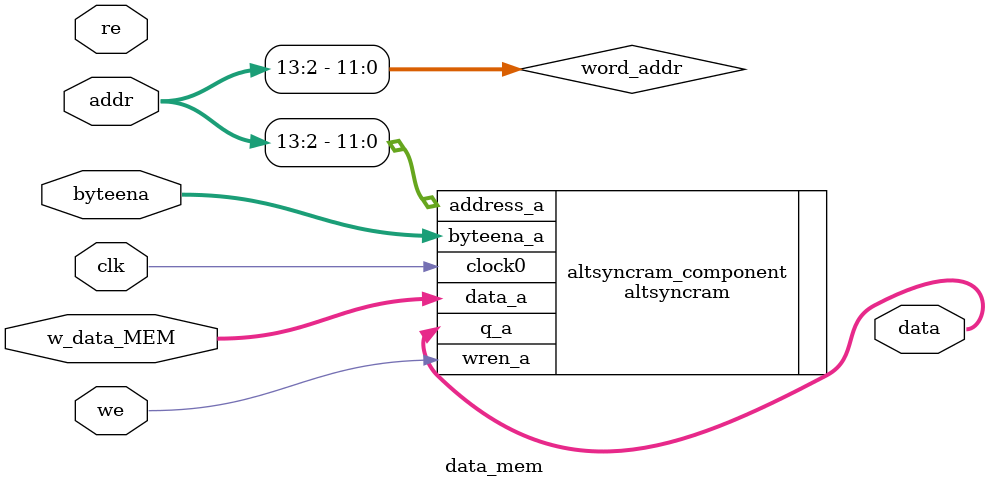
<source format=v>
module data_mem
	#(parameter MEMORY_SIZE = 12288, parameter ADDR_WIDTH = $clog2(MEMORY_SIZE)
	)
	(
		input [ADDR_WIDTH-1:0] addr,
	        input we,
		input re,
		input [31:0] w_data_MEM, // data_in
		input clk,
		


		// Embedded memory configuration signals
//		input [13:0] byte_addr, 
                input [3:0]  byteena,

		output reg [31:0] data // data_out  
	); 

      
	wire [11:0] word_addr = addr[13:2];

	altsyncram altsyncram_component (
       		 .clock0         (clk),
       		 .address_a      (word_addr),
       		 .data_a         (w_data_MEM),
       		 .wren_a         (we),
       		 .byteena_a      (byteena),
       		 .q_a            (data)

        // unused
       // .aclr0          (1'b0),
       // .aclr1          (1'b0),
       // .addressstall_a (1'b0),
       // .clocken0       (1'b1),
       // .clocken1       (1'b1)
    );


    defparam
        altsyncram_component.operation_mode                = "SINGLE_PORT",
        altsyncram_component.width_a                       = 32,
        altsyncram_component.widthad_a                     = 12,
        altsyncram_component.numwords_a                    = 3072 , // 12288 bytes / 4 = 3072 
        altsyncram_component.width_byteena_a               = 4,
        altsyncram_component.byte_size                     = 8,
        altsyncram_component.outdata_reg_a                 = "CLOCK0",
        altsyncram_component.read_during_write_mode_port_a = "NEW_DATA_NO_NBE_READ", // don't care really (it'll never gonna happen) 
        altsyncram_component.intended_device_family        = "Cyclone V",
        altsyncram_component.ram_block_type                = "AUTO";




endmodule

</source>
